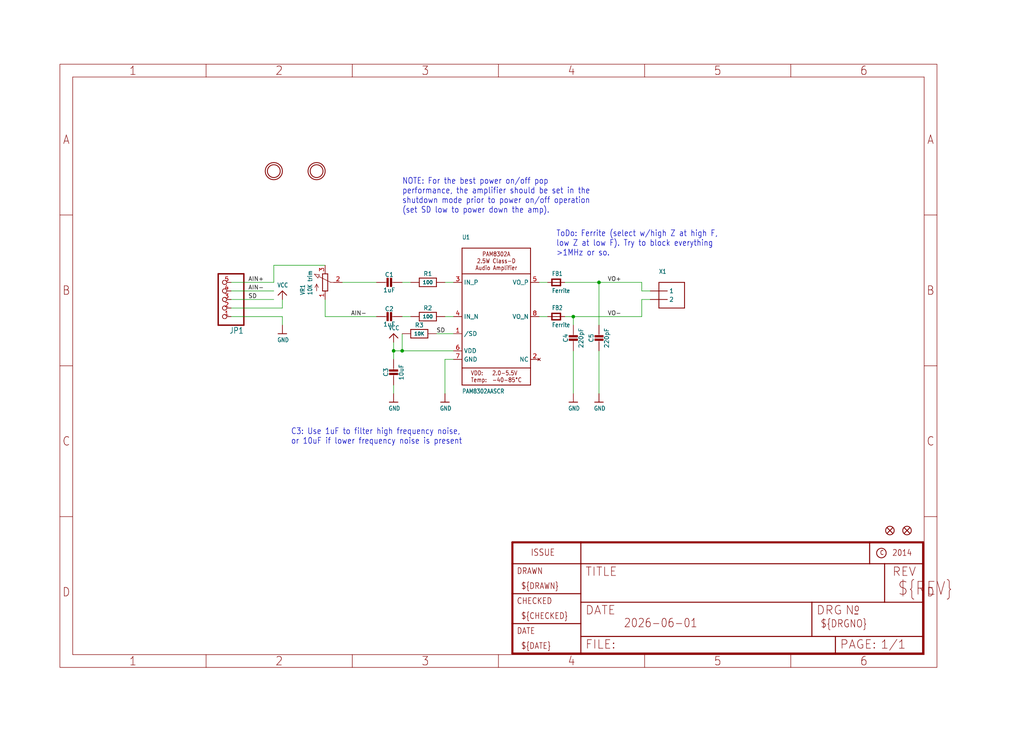
<source format=kicad_sch>
(kicad_sch (version 20230121) (generator eeschema)
  (paper "User" 303.962 217.322)
  (lib_symbols
    (symbol "working-eagle-import:AUDIOAMP_PAM8302A"
      (property "Reference" "U" (at -10.16 22.86 0))
      (symbol "AUDIOAMP_PAM8302A_1_0"
        (polyline (pts (xy -10.16 -20.32) (xy 10.16 -20.32)) (stroke (width 0.254)))
        (polyline (pts (xy -10.16 -15.24) (xy -10.16 -20.32)) (stroke (width 0.254)))
        (polyline (pts (xy -10.16 -15.24) (xy -10.16 12.7)) (stroke (width 0.254)))
        (polyline (pts (xy -10.16 12.7) (xy -10.16 20.32)) (stroke (width 0.254)))
        (polyline (pts (xy -10.16 12.7) (xy 10.16 12.7)) (stroke (width 0.254)))
        (polyline (pts (xy -10.16 20.32) (xy 10.16 20.32)) (stroke (width 0.254)))
        (polyline (pts (xy 10.16 -20.32) (xy 10.16 -15.24)) (stroke (width 0.254)))
        (polyline (pts (xy 10.16 -15.24) (xy -10.16 -15.24)) (stroke (width 0.254)))
        (polyline (pts (xy 10.16 12.7) (xy 10.16 -15.24)) (stroke (width 0.254)))
        (polyline (pts (xy 10.16 20.32) (xy 10.16 12.7)) (stroke (width 0.254)))
        (text "2.0-5.5V\n-40-85°C" (at -1.27 -17.78 0) (effects (font (size 1.27 1.0795)) (justify left)))
        (text "PAM8302A\n2.5W Class-D\nAudio Amplifier" (at 0 16.51 0) (effects (font (size 1.27 1.0795))))
        (text "VDD:\nTemp:" (at -7.62 -17.78 0) (effects (font (size 1.27 1.0795)) (justify left)))
        (pin input line (at -12.7 -5.08 0) (length 2.54) (name "/SD") (number "1"))
        (pin no_connect line (at 12.7 -12.7 180) (length 2.54) (name "NC") (number "2"))
        (pin input line (at -12.7 10.16 0) (length 2.54) (name "IN_P") (number "3"))
        (pin input line (at -12.7 0 0) (length 2.54) (name "IN_N") (number "4"))
        (pin output line (at 12.7 10.16 180) (length 2.54) (name "VO_P") (number "5"))
        (pin power_in line (at -12.7 -10.16 0) (length 2.54) (name "VDD") (number "6"))
        (pin power_in line (at -12.7 -12.7 0) (length 2.54) (name "GND") (number "7"))
        (pin output line (at 12.7 0 180) (length 2.54) (name "VO_N") (number "8"))
      )
    )
    (symbol "working-eagle-import:CAP_CERAMIC0805-NOOUTLINE"
      (property "Reference" "C" (at -2.29 1.25 90))
      (symbol "CAP_CERAMIC0805-NOOUTLINE_1_0"
        (rectangle (start -1.27 0.508) (end 1.27 1.016) (fill (type outline)))
        (rectangle (start -1.27 1.524) (end 1.27 2.032) (fill (type outline)))
        (polyline (pts (xy 0 0.762) (xy 0 0)) (stroke (width 0.1524)))
        (polyline (pts (xy 0 2.54) (xy 0 1.778)) (stroke (width 0.1524)))
        (pin passive line (at 0 5.08 270) (length 2.54) (name "1") (number "1"))
        (pin passive line (at 0 -2.54 90) (length 2.54) (name "2") (number "2"))
      )
    )
    (symbol "working-eagle-import:FERRITE_0805"
      (property "Reference" "FB" (at -1.27 1.905 0))
      (symbol "FERRITE_0805_1_0"
        (polyline (pts (xy -1.27 -0.9525) (xy -1.27 0.9525)) (stroke (width 0.4064)))
        (polyline (pts (xy -1.27 0.9525) (xy 1.27 0.9525)) (stroke (width 0.4064)))
        (polyline (pts (xy 1.27 -0.9525) (xy -1.27 -0.9525)) (stroke (width 0.4064)))
        (polyline (pts (xy 1.27 0.9525) (xy 1.27 -0.9525)) (stroke (width 0.4064)))
        (pin passive line (at -2.54 0 0) (length 2.54) (name "P$1") (number "1"))
        (pin passive line (at 2.54 0 180) (length 2.54) (name "P$2") (number "2"))
      )
    )
    (symbol "working-eagle-import:FIDUCIAL{dblquote}{dblquote}"
      (symbol "FIDUCIAL{dblquote}{dblquote}_1_0"
        (polyline (pts (xy -0.762 0.762) (xy 0.762 -0.762)) (stroke (width 0.254)))
        (polyline (pts (xy 0.762 0.762) (xy -0.762 -0.762)) (stroke (width 0.254)))
        (circle (center 0 0) (radius 1.27) (stroke (width 0.254)))
      )
    )
    (symbol "working-eagle-import:FRAME_A4"
      (symbol "FRAME_A4_1_0"
        (polyline (pts (xy 0 44.7675) (xy 3.81 44.7675)))
        (polyline (pts (xy 0 89.535) (xy 3.81 89.535)))
        (polyline (pts (xy 0 134.3025) (xy 3.81 134.3025)))
        (polyline (pts (xy 3.81 3.81) (xy 3.81 175.26)))
        (polyline (pts (xy 43.3917 0) (xy 43.3917 3.81)))
        (polyline (pts (xy 43.3917 175.26) (xy 43.3917 179.07)))
        (polyline (pts (xy 86.7833 0) (xy 86.7833 3.81)))
        (polyline (pts (xy 86.7833 175.26) (xy 86.7833 179.07)))
        (polyline (pts (xy 130.175 0) (xy 130.175 3.81)))
        (polyline (pts (xy 130.175 175.26) (xy 130.175 179.07)))
        (polyline (pts (xy 173.5667 0) (xy 173.5667 3.81)))
        (polyline (pts (xy 173.5667 175.26) (xy 173.5667 179.07)))
        (polyline (pts (xy 216.9583 0) (xy 216.9583 3.81)))
        (polyline (pts (xy 216.9583 175.26) (xy 216.9583 179.07)))
        (polyline (pts (xy 256.54 3.81) (xy 3.81 3.81)))
        (polyline (pts (xy 256.54 3.81) (xy 256.54 8.89)) (stroke (width 0.1016)))
        (polyline (pts (xy 256.54 3.81) (xy 256.54 175.26)))
        (polyline (pts (xy 256.54 8.89) (xy 256.54 13.97)) (stroke (width 0.1016)))
        (polyline (pts (xy 256.54 13.97) (xy 256.54 19.05)) (stroke (width 0.1016)))
        (polyline (pts (xy 256.54 19.05) (xy 256.54 36.83)) (stroke (width 0.1016)))
        (polyline (pts (xy 256.54 44.7675) (xy 260.35 44.7675)))
        (polyline (pts (xy 256.54 89.535) (xy 260.35 89.535)))
        (polyline (pts (xy 256.54 134.3025) (xy 260.35 134.3025)))
        (polyline (pts (xy 256.54 175.26) (xy 3.81 175.26)))
        (polyline (pts (xy 0 0) (xy 260.35 0) (xy 260.35 179.07) (xy 0 179.07) (xy 0 0)))
        (text "1" (at 21.6958 1.905 0) (effects (font (size 2.54 2.286))))
        (text "1" (at 21.6958 177.165 0) (effects (font (size 2.54 2.286))))
        (text "2" (at 65.0875 1.905 0) (effects (font (size 2.54 2.286))))
        (text "2" (at 65.0875 177.165 0) (effects (font (size 2.54 2.286))))
        (text "3" (at 108.4792 1.905 0) (effects (font (size 2.54 2.286))))
        (text "3" (at 108.4792 177.165 0) (effects (font (size 2.54 2.286))))
        (text "4" (at 151.8708 1.905 0) (effects (font (size 2.54 2.286))))
        (text "4" (at 151.8708 177.165 0) (effects (font (size 2.54 2.286))))
        (text "5" (at 195.2625 1.905 0) (effects (font (size 2.54 2.286))))
        (text "5" (at 195.2625 177.165 0) (effects (font (size 2.54 2.286))))
        (text "6" (at 238.6542 1.905 0) (effects (font (size 2.54 2.286))))
        (text "6" (at 238.6542 177.165 0) (effects (font (size 2.54 2.286))))
        (text "A" (at 1.905 156.6863 0) (effects (font (size 2.54 2.286))))
        (text "A" (at 258.445 156.6863 0) (effects (font (size 2.54 2.286))))
        (text "B" (at 1.905 111.9188 0) (effects (font (size 2.54 2.286))))
        (text "B" (at 258.445 111.9188 0) (effects (font (size 2.54 2.286))))
        (text "C" (at 1.905 67.1513 0) (effects (font (size 2.54 2.286))))
        (text "C" (at 258.445 67.1513 0) (effects (font (size 2.54 2.286))))
        (text "D" (at 1.905 22.3838 0) (effects (font (size 2.54 2.286))))
        (text "D" (at 258.445 22.3838 0) (effects (font (size 2.54 2.286))))
      )
      (symbol "FRAME_A4_2_0"
        (polyline (pts (xy -0.3048 1.5748) (xy 20.0152 1.5748)) (stroke (width 0.6096)))
        (polyline (pts (xy -0.3048 10.4648) (xy -0.3048 1.5748)) (stroke (width 0.6096)))
        (polyline (pts (xy -0.3048 10.4648) (xy 20.0152 10.4648)) (stroke (width 0.3048)))
        (polyline (pts (xy -0.3048 19.3548) (xy -0.3048 10.4648)) (stroke (width 0.6096)))
        (polyline (pts (xy -0.3048 19.3548) (xy 20.0152 19.3548)) (stroke (width 0.3048)))
        (polyline (pts (xy -0.3048 28.2448) (xy -0.3048 19.3548)) (stroke (width 0.6096)))
        (polyline (pts (xy -0.3048 28.2448) (xy 20.0152 28.2448)) (stroke (width 0.3048)))
        (polyline (pts (xy -0.3048 34.5948) (xy -0.3048 28.2448)) (stroke (width 0.6096)))
        (polyline (pts (xy 20.0152 1.5748) (xy 20.0152 6.6548)) (stroke (width 0.3048)))
        (polyline (pts (xy 20.0152 1.5748) (xy 95.5802 1.5748)) (stroke (width 0.6096)))
        (polyline (pts (xy 20.0152 6.6548) (xy 20.0152 10.4648)) (stroke (width 0.3048)))
        (polyline (pts (xy 20.0152 6.6548) (xy 88.5952 6.6548)) (stroke (width 0.3048)))
        (polyline (pts (xy 20.0152 10.4648) (xy 20.0152 16.8148)) (stroke (width 0.3048)))
        (polyline (pts (xy 20.0152 16.8148) (xy 20.0152 19.3548)) (stroke (width 0.3048)))
        (polyline (pts (xy 20.0152 19.3548) (xy 20.0152 28.2448)) (stroke (width 0.3048)))
        (polyline (pts (xy 20.0152 28.2448) (xy 20.0152 34.5948)) (stroke (width 0.3048)))
        (polyline (pts (xy 20.0152 28.2448) (xy 105.7402 28.2448)) (stroke (width 0.3048)))
        (polyline (pts (xy 20.0152 34.5948) (xy -0.3048 34.5948)) (stroke (width 0.6096)))
        (polyline (pts (xy 88.5952 6.6548) (xy 95.5802 6.6548)) (stroke (width 0.3048)))
        (polyline (pts (xy 88.5952 16.8148) (xy 20.0152 16.8148)) (stroke (width 0.3048)))
        (polyline (pts (xy 88.5952 16.8148) (xy 88.5952 6.6548)) (stroke (width 0.3048)))
        (polyline (pts (xy 95.5802 1.5748) (xy 121.6152 1.5748)) (stroke (width 0.6096)))
        (polyline (pts (xy 95.5802 6.6548) (xy 95.5802 1.5748)) (stroke (width 0.3048)))
        (polyline (pts (xy 95.5802 6.6548) (xy 121.6152 6.6548)) (stroke (width 0.3048)))
        (polyline (pts (xy 101.2952 13.3223) (xy 102.2477 13.3223)) (stroke (width 0.254)))
        (polyline (pts (xy 105.7402 28.2448) (xy 105.7402 34.5948)) (stroke (width 0.3048)))
        (polyline (pts (xy 105.7402 28.2448) (xy 110.1852 28.2448)) (stroke (width 0.3048)))
        (polyline (pts (xy 105.7402 34.5948) (xy 20.0152 34.5948)) (stroke (width 0.6096)))
        (polyline (pts (xy 110.1852 16.8148) (xy 88.5952 16.8148)) (stroke (width 0.3048)))
        (polyline (pts (xy 110.1852 28.2448) (xy 110.1852 16.8148)) (stroke (width 0.3048)))
        (polyline (pts (xy 110.1852 28.2448) (xy 121.6152 28.2448)) (stroke (width 0.3048)))
        (polyline (pts (xy 121.6152 6.6548) (xy 121.6152 1.5748)) (stroke (width 0.6096)))
        (polyline (pts (xy 121.6152 16.8148) (xy 110.1852 16.8148)) (stroke (width 0.3048)))
        (polyline (pts (xy 121.6152 16.8148) (xy 121.6152 6.6548)) (stroke (width 0.6096)))
        (polyline (pts (xy 121.6152 28.2448) (xy 121.6152 16.8148)) (stroke (width 0.6096)))
        (polyline (pts (xy 121.6152 34.5948) (xy 105.7402 34.5948)) (stroke (width 0.6096)))
        (polyline (pts (xy 121.6152 34.5948) (xy 121.6152 28.2448)) (stroke (width 0.6096)))
        (circle (center 109.2327 31.4198) (radius 1.4199) (stroke (width 0.254)))
        (text "${#}/${##}" (at 108.9152 2.8448 0) (effects (font (size 2.54 2.54)) (justify left bottom)))
        (text "${CHECKED}" (at 2.2352 11.7348 0) (effects (font (size 1.778 1.5113)) (justify left bottom)))
        (text "${COMPANY}" (at 23.349 29.6735 0) (effects (font (size 3.175 2.6987) (thickness 0.5397) bold) (justify left bottom)))
        (text "${CURRENT_DATE}" (at 32.7152 9.1948 0) (effects (font (size 2.54 2.159)) (justify left bottom)))
        (text "${DATE}" (at 2.2352 2.8448 0) (effects (font (size 1.778 1.5113)) (justify left bottom)))
        (text "${DRAWN}" (at 2.2352 20.6248 0) (effects (font (size 1.778 1.5113)) (justify left bottom)))
        (text "${DRGNO}" (at 91.1352 9.1948 0) (effects (font (size 2.1844 1.8567)) (justify left bottom)))
        (text "${PROJECTNAME}" (at 33.0327 2.8448 0) (effects (font (size 2.54 2.159)) (justify left bottom)))
        (text "${REV}" (at 113.9952 18.7198 0) (effects (font (size 3.81 3.2385)) (justify left bottom)))
        (text "2014" (at 112.4077 30.4673 0) (effects (font (size 1.778 1.5113)) (justify left bottom)))
        (text "C" (at 108.7564 30.7848 0) (effects (font (size 1.27 1.0795)) (justify left bottom)))
        (text "CHECKED" (at 0.9652 16.1798 0) (effects (font (size 1.778 1.5113)) (justify left bottom)))
        (text "DATE" (at 0.9652 7.2898 0) (effects (font (size 1.778 1.5113)) (justify left bottom)))
        (text "DATE" (at 21.2852 13.0048 0) (effects (font (size 2.54 2.54)) (justify left bottom)))
        (text "DRAWN" (at 0.9652 25.0698 0) (effects (font (size 1.778 1.5113)) (justify left bottom)))
        (text "DRG" (at 89.8652 13.0048 0) (effects (font (size 2.54 2.54)) (justify left bottom)))
        (text "FILE:" (at 21.2852 2.8448 0) (effects (font (size 2.54 2.54)) (justify left bottom)))
        (text "ISSUE" (at 5.0927 30.4673 0) (effects (font (size 1.9304 1.6408)) (justify left bottom)))
        (text "N" (at 98.4377 13.0048 0) (effects (font (size 2.54 2.54)) (justify left bottom)))
        (text "o" (at 100.9777 13.9573 0) (effects (font (size 2.1844 1.8567)) (justify left bottom)))
        (text "PAGE:" (at 96.8502 2.8448 0) (effects (font (size 2.54 2.54)) (justify left bottom)))
        (text "REV" (at 112.4077 24.4348 0) (effects (font (size 2.54 2.54)) (justify left bottom)))
        (text "TITLE" (at 21.2852 24.4348 0) (effects (font (size 2.54 2.54)) (justify left bottom)))
      )
    )
    (symbol "working-eagle-import:GND" (power)
      (property "Value" "GND" (at -1.524 -2.54 0))
      (symbol "GND_1_0"
        (polyline (pts (xy -1.27 0) (xy 1.27 0)) (stroke (width 0.254)))
        (pin power_in line (at 0 2.54 270) (length 2.54) (name "GND") (number "1"))
      )
    )
    (symbol "working-eagle-import:HEADER-1X570MIL"
      (property "Reference" "JP" (at -6.35 8.255 0))
      (symbol "HEADER-1X570MIL_1_0"
        (polyline (pts (xy -6.35 -7.62) (xy 1.27 -7.62)) (stroke (width 0.4064)))
        (polyline (pts (xy -6.35 7.62) (xy -6.35 -7.62)) (stroke (width 0.4064)))
        (polyline (pts (xy 1.27 -7.62) (xy 1.27 7.62)) (stroke (width 0.4064)))
        (polyline (pts (xy 1.27 7.62) (xy -6.35 7.62)) (stroke (width 0.4064)))
        (pin passive inverted (at -2.54 5.08 0) (length 2.54) (name "1") (number "1"))
        (pin passive inverted (at -2.54 2.54 0) (length 2.54) (name "2") (number "2"))
        (pin passive inverted (at -2.54 0 0) (length 2.54) (name "3") (number "3"))
        (pin passive inverted (at -2.54 -2.54 0) (length 2.54) (name "4") (number "4"))
        (pin passive inverted (at -2.54 -5.08 0) (length 2.54) (name "5") (number "5"))
      )
    )
    (symbol "working-eagle-import:MOUNTINGHOLE2.0"
      (symbol "MOUNTINGHOLE2.0_1_0"
        (circle (center 0 0) (radius 1.905) (stroke (width 0.254)))
        (circle (center 0 0) (radius 2.54) (stroke (width 0.254)))
      )
    )
    (symbol "working-eagle-import:RESISTOR0805_NOOUTLINE"
      (property "Reference" "R" (at 0 2.54 0))
      (symbol "RESISTOR0805_NOOUTLINE_1_0"
        (polyline (pts (xy -2.54 -1.27) (xy -2.54 1.27)) (stroke (width 0.254)))
        (polyline (pts (xy -2.54 1.27) (xy 2.54 1.27)) (stroke (width 0.254)))
        (polyline (pts (xy 2.54 -1.27) (xy -2.54 -1.27)) (stroke (width 0.254)))
        (polyline (pts (xy 2.54 1.27) (xy 2.54 -1.27)) (stroke (width 0.254)))
        (pin passive line (at -5.08 0 0) (length 2.54) (name "1") (number "1"))
        (pin passive line (at 5.08 0 180) (length 2.54) (name "2") (number "2"))
      )
    )
    (symbol "working-eagle-import:TERMBLOCK_1X2"
      (property "Reference" "X" (at -2.54 7.62 0))
      (symbol "TERMBLOCK_1X2_1_0"
        (polyline (pts (xy -2.54 -2.54) (xy 5.08 -2.54)) (stroke (width 0.254)))
        (polyline (pts (xy -2.54 5.08) (xy -2.54 -2.54)) (stroke (width 0.254)))
        (polyline (pts (xy 5.08 -2.54) (xy 5.08 5.08)) (stroke (width 0.254)))
        (polyline (pts (xy 5.08 5.08) (xy -2.54 5.08)) (stroke (width 0.254)))
        (pin passive line (at -5.08 2.54 0) (length 5.08) (name "1") (number "1"))
        (pin passive line (at -5.08 0 0) (length 5.08) (name "2") (number "2"))
      )
    )
    (symbol "working-eagle-import:TRIMPOT3303W/X"
      (property "Reference" "VR" (at -5.969 -3.81 90))
      (symbol "TRIMPOT3303W/X_1_0"
        (polyline (pts (xy -3.1989 2.4495) (xy -1.7018 2.2352)) (stroke (width 0.1524)))
        (polyline (pts (xy -2.54 -2.54) (xy -2.54 -0.508)) (stroke (width 0.1524)))
        (polyline (pts (xy -2.54 -0.508) (xy -3.048 -1.524)) (stroke (width 0.1524)))
        (polyline (pts (xy -2.54 -0.508) (xy -2.032 -1.524)) (stroke (width 0.1524)))
        (polyline (pts (xy -2.1597 1.2939) (xy -3.1989 2.4495)) (stroke (width 0.1524)))
        (polyline (pts (xy -2.1597 1.2939) (xy -1.7018 2.2352)) (stroke (width 0.1524)))
        (polyline (pts (xy -0.762 -2.54) (xy 0.762 -2.54)) (stroke (width 0.254)))
        (polyline (pts (xy -0.762 2.54) (xy -0.762 -2.54)) (stroke (width 0.254)))
        (polyline (pts (xy 0.762 -2.54) (xy 0.762 2.54)) (stroke (width 0.254)))
        (polyline (pts (xy 0.762 2.54) (xy -0.762 2.54)) (stroke (width 0.254)))
        (polyline (pts (xy 1.651 0) (xy -1.8796 1.7526)) (stroke (width 0.1524)))
        (polyline (pts (xy 2.54 0) (xy 1.651 0)) (stroke (width 0.1524)))
        (pin passive line (at 0 -5.08 90) (length 2.54) (name "A") (number "1"))
        (pin passive line (at 5.08 0 180) (length 2.54) (name "S") (number "2"))
        (pin passive line (at 0 5.08 270) (length 2.54) (name "E") (number "3"))
      )
    )
    (symbol "working-eagle-import:VCC" (power)
      (property "Value" "VCC" (at -1.524 1.016 0))
      (symbol "VCC_1_0"
        (polyline (pts (xy -1.27 -1.27) (xy 0 0)) (stroke (width 0.254)))
        (polyline (pts (xy 0 0) (xy 1.27 -1.27)) (stroke (width 0.254)))
        (pin power_in line (at 0 -2.54 90) (length 2.54) (name "VCC") (number "1"))
      )
    )
  )
  (junction (at 116.84 104.14))
  (junction (at 177.8 83.82))
  (junction (at 119.38 104.14))
  (junction (at 170.18 93.98))
  (wire (pts (xy 134.62 106.68) (xy 132.08 106.68)) (stroke (width 0.1524)))
  (wire (pts (xy 83.82 91.44) (xy 83.82 88.9)) (stroke (width 0.1524)))
  (wire (pts (xy 101.6 83.82) (xy 111.76 83.82)) (stroke (width 0.1524)))
  (wire (pts (xy 167.64 93.98) (xy 170.18 93.98)) (stroke (width 0.1524)))
  (wire (pts (xy 190.5 86.36) (xy 190.5 83.82)) (stroke (width 0.1524)))
  (wire (pts (xy 116.84 104.14) (xy 116.84 101.6)) (stroke (width 0.1524)))
  (wire (pts (xy 134.62 83.82) (xy 132.08 83.82)) (stroke (width 0.1524)))
  (wire (pts (xy 96.52 93.98) (xy 96.52 88.9)) (stroke (width 0.1524)))
  (wire (pts (xy 119.38 104.14) (xy 116.84 104.14)) (stroke (width 0.1524)))
  (wire (pts (xy 116.84 104.14) (xy 116.84 106.68)) (stroke (width 0.1524)))
  (wire (pts (xy 170.18 93.98) (xy 170.18 96.52)) (stroke (width 0.1524)))
  (wire (pts (xy 134.62 99.06) (xy 129.54 99.06)) (stroke (width 0.1524)))
  (wire (pts (xy 119.38 83.82) (xy 121.92 83.82)) (stroke (width 0.1524)))
  (wire (pts (xy 132.08 106.68) (xy 132.08 116.84)) (stroke (width 0.1524)))
  (wire (pts (xy 83.82 93.98) (xy 83.82 96.52)) (stroke (width 0.1524)))
  (wire (pts (xy 81.28 83.82) (xy 81.28 78.74)) (stroke (width 0.1524)))
  (wire (pts (xy 68.58 91.44) (xy 83.82 91.44)) (stroke (width 0.1524)))
  (wire (pts (xy 81.28 86.36) (xy 68.58 86.36)) (stroke (width 0.1524)))
  (wire (pts (xy 134.62 104.14) (xy 119.38 104.14)) (stroke (width 0.1524)))
  (wire (pts (xy 81.28 78.74) (xy 96.52 78.74)) (stroke (width 0.1524)))
  (wire (pts (xy 177.8 83.82) (xy 177.8 96.52)) (stroke (width 0.1524)))
  (wire (pts (xy 193.04 86.36) (xy 190.5 86.36)) (stroke (width 0.1524)))
  (wire (pts (xy 121.92 93.98) (xy 119.38 93.98)) (stroke (width 0.1524)))
  (wire (pts (xy 119.38 99.06) (xy 119.38 104.14)) (stroke (width 0.1524)))
  (wire (pts (xy 116.84 114.3) (xy 116.84 116.84)) (stroke (width 0.1524)))
  (wire (pts (xy 170.18 104.14) (xy 170.18 116.84)) (stroke (width 0.1524)))
  (wire (pts (xy 160.02 93.98) (xy 162.56 93.98)) (stroke (width 0.1524)))
  (wire (pts (xy 167.64 83.82) (xy 177.8 83.82)) (stroke (width 0.1524)))
  (wire (pts (xy 134.62 93.98) (xy 132.08 93.98)) (stroke (width 0.1524)))
  (wire (pts (xy 160.02 83.82) (xy 162.56 83.82)) (stroke (width 0.1524)))
  (wire (pts (xy 170.18 93.98) (xy 190.5 93.98)) (stroke (width 0.1524)))
  (wire (pts (xy 190.5 88.9) (xy 190.5 93.98)) (stroke (width 0.1524)))
  (wire (pts (xy 68.58 93.98) (xy 83.82 93.98)) (stroke (width 0.1524)))
  (wire (pts (xy 81.28 88.9) (xy 68.58 88.9)) (stroke (width 0.1524)))
  (wire (pts (xy 81.28 83.82) (xy 68.58 83.82)) (stroke (width 0.1524)))
  (wire (pts (xy 111.76 93.98) (xy 96.52 93.98)) (stroke (width 0.1524)))
  (wire (pts (xy 177.8 83.82) (xy 190.5 83.82)) (stroke (width 0.1524)))
  (wire (pts (xy 193.04 88.9) (xy 190.5 88.9)) (stroke (width 0.1524)))
  (wire (pts (xy 177.8 104.14) (xy 177.8 116.84)) (stroke (width 0.1524)))
  (text "C3: Use 1uF to filter high frequency noise,\nor 10uF if lower frequency noise is present" (at 86.36 132.08 0) (effects (font (size 1.778 1.5113)) (justify left bottom)))
  (text "ToDo: Ferrite (select w/high Z at high F,\nlow Z at low F). Try to block everything\n>1MHz or so." (at 165.1 76.2 0) (effects (font (size 1.778 1.5113)) (justify left bottom)))
  (text "NOTE: For the best power on/off pop\nperformance, the amplifier should be set in the\nshutdown mode prior to power on/off operation\n(set SD low to power down the amp)." (at 119.38 63.5 0) (effects (font (size 1.778 1.5113)) (justify left bottom)))
  (label "VO-" (at 180.34 93.98 0) (effects (font (size 1.2446 1.2446))))
  (label "SD" (at 73.66 88.9 0) (effects (font (size 1.2446 1.2446))))
  (label "AIN-" (at 104.14 93.98 0) (effects (font (size 1.2446 1.2446))))
  (label "AIN+" (at 73.66 83.82 0) (effects (font (size 1.2446 1.2446))))
  (label "AIN-" (at 73.66 86.36 0) (effects (font (size 1.2446 1.2446))))
  (label "SD" (at 129.54 99.06 0) (effects (font (size 1.2446 1.2446))))
  (label "VO+" (at 180.34 83.82 0) (effects (font (size 1.2446 1.2446))))
  (symbol (lib_id "working-eagle-import:FIDUCIAL{dblquote}{dblquote}") (at 269.24 157.48 0) (unit 1)
    (property "Reference" "FID1" (effects hide))
    (property "Value" "FIDUCIAL{dblquote}{dblquote}" (effects hide))
    (property "Footprint" "working:FIDUCIAL_1MM" (effects hide))
  )
  (symbol (lib_id "working-eagle-import:GND") (at 177.8 119.38 0) (unit 1)
    (property "Reference" "#U$8" (effects hide))
    (property "Value" "GND" (at 176.276 121.92 0) (effects (font (size 1.27 1.0795)) (justify left bottom)))
  )
  (symbol (lib_id "working-eagle-import:RESISTOR0805_NOOUTLINE") (at 127 93.98 0) (unit 1)
    (property "Reference" "R2" (at 127 91.44 0))
    (property "Value" "100" (at 127 93.98 0) (effects (font (size 1.016 1.016) bold)))
    (property "Footprint" "working:0805-NO" (effects hide))
  )
  (symbol (lib_id "working-eagle-import:FRAME_A4") (at 152.4 195.58 0) (unit 2)
    (property "Reference" "#FRAME1" (effects hide))
    (property "Value" "FRAME_A4" (effects hide))
  )
  (symbol (lib_id "working-eagle-import:RESISTOR0805_NOOUTLINE") (at 124.46 99.06 0) (unit 1)
    (property "Reference" "R3" (at 124.46 96.52 0))
    (property "Value" "10K" (at 124.46 99.06 0) (effects (font (size 1.016 1.016) bold)))
    (property "Footprint" "working:0805-NO" (effects hide))
  )
  (symbol (lib_id "working-eagle-import:GND") (at 132.08 119.38 0) (unit 1)
    (property "Reference" "#U$2" (effects hide))
    (property "Value" "GND" (at 130.556 121.92 0) (effects (font (size 1.27 1.0795)) (justify left bottom)))
  )
  (symbol (lib_id "working-eagle-import:FERRITE_0805") (at 165.1 93.98 0) (unit 1)
    (property "Reference" "FB2" (at 163.83 92.075 0) (effects (font (size 1.27 1.0795)) (justify left bottom)))
    (property "Value" "Ferrite" (at 163.83 97.155 0) (effects (font (size 1.27 1.0795)) (justify left bottom)))
    (property "Footprint" "working:_0805" (effects hide))
  )
  (symbol (lib_id "working-eagle-import:CAP_CERAMIC0805-NOOUTLINE") (at 114.3 83.82 270) (unit 1)
    (property "Reference" "C1" (at 115.55 81.53 90))
    (property "Value" "1uF" (at 115.55 86.12 90))
    (property "Footprint" "working:0805-NO" (effects hide))
  )
  (symbol (lib_id "working-eagle-import:GND") (at 116.84 119.38 0) (unit 1)
    (property "Reference" "#U$1" (effects hide))
    (property "Value" "GND" (at 115.316 121.92 0) (effects (font (size 1.27 1.0795)) (justify left bottom)))
  )
  (symbol (lib_id "working-eagle-import:RESISTOR0805_NOOUTLINE") (at 127 83.82 0) (unit 1)
    (property "Reference" "R1" (at 127 81.28 0))
    (property "Value" "100" (at 127 83.82 0) (effects (font (size 1.016 1.016) bold)))
    (property "Footprint" "working:0805-NO" (effects hide))
  )
  (symbol (lib_id "working-eagle-import:FIDUCIAL{dblquote}{dblquote}") (at 264.16 157.48 0) (unit 1)
    (property "Reference" "FID2" (effects hide))
    (property "Value" "FIDUCIAL{dblquote}{dblquote}" (effects hide))
    (property "Footprint" "working:FIDUCIAL_1MM" (effects hide))
  )
  (symbol (lib_id "working-eagle-import:AUDIOAMP_PAM8302A") (at 147.32 93.98 0) (unit 1)
    (property "Reference" "U1" (at 137.16 71.12 0) (effects (font (size 1.27 1.0795)) (justify left bottom)))
    (property "Value" "PAM8302AASCR" (at 137.16 116.84 0) (effects (font (size 1.27 1.0795)) (justify left bottom)))
    (property "Footprint" "working:MSOP8_0.65MM" (effects hide))
  )
  (symbol (lib_id "working-eagle-import:TRIMPOT3303W/X") (at 96.52 83.82 0) (unit 1)
    (property "Reference" "VR1" (at 90.551 87.63 90) (effects (font (size 1.27 1.0795)) (justify left bottom)))
    (property "Value" "10K trim" (at 92.71 87.63 90) (effects (font (size 1.27 1.0795)) (justify left bottom)))
    (property "Footprint" "working:TRIMPOT_BOURNS_3303W" (effects hide))
  )
  (symbol (lib_id "working-eagle-import:FERRITE_0805") (at 165.1 83.82 0) (unit 1)
    (property "Reference" "FB1" (at 163.83 81.915 0) (effects (font (size 1.27 1.0795)) (justify left bottom)))
    (property "Value" "Ferrite" (at 163.83 86.995 0) (effects (font (size 1.27 1.0795)) (justify left bottom)))
    (property "Footprint" "working:_0805" (effects hide))
  )
  (symbol (lib_id "working-eagle-import:GND") (at 83.82 99.06 0) (unit 1)
    (property "Reference" "#U$9" (effects hide))
    (property "Value" "GND" (at 82.296 101.6 0) (effects (font (size 1.27 1.0795)) (justify left bottom)))
  )
  (symbol (lib_id "working-eagle-import:FRAME_A4") (at 17.78 198.12 0) (unit 1)
    (property "Reference" "#FRAME1" (effects hide))
    (property "Value" "FRAME_A4" (effects hide))
  )
  (symbol (lib_id "working-eagle-import:VCC") (at 83.82 86.36 0) (unit 1)
    (property "Reference" "#P+2" (effects hide))
    (property "Value" "VCC" (at 82.296 85.344 0) (effects (font (size 1.27 1.0795)) (justify left bottom)))
  )
  (symbol (lib_id "working-eagle-import:MOUNTINGHOLE2.0") (at 93.98 50.8 0) (unit 1)
    (property "Reference" "U$10" (effects hide))
    (property "Value" "MOUNTINGHOLE2.0" (effects hide))
    (property "Footprint" "working:MOUNTINGHOLE_2.0_PLATED" (effects hide))
  )
  (symbol (lib_id "working-eagle-import:MOUNTINGHOLE2.0") (at 81.28 50.8 0) (unit 1)
    (property "Reference" "U$11" (effects hide))
    (property "Value" "MOUNTINGHOLE2.0" (effects hide))
    (property "Footprint" "working:MOUNTINGHOLE_2.0_PLATED" (effects hide))
  )
  (symbol (lib_id "working-eagle-import:CAP_CERAMIC0805-NOOUTLINE") (at 116.84 111.76 0) (unit 1)
    (property "Reference" "C3" (at 114.55 110.51 90))
    (property "Value" "10uF" (at 119.14 110.51 90))
    (property "Footprint" "working:0805-NO" (effects hide))
  )
  (symbol (lib_id "working-eagle-import:HEADER-1X570MIL") (at 66.04 88.9 180) (unit 1)
    (property "Reference" "JP1" (at 72.39 97.155 0) (effects (font (size 1.778 1.5113)) (justify left bottom)))
    (property "Value" "HEADER-1X570MIL" (effects hide))
    (property "Footprint" "working:1X05_ROUND_70" (effects hide))
  )
  (symbol (lib_id "working-eagle-import:CAP_CERAMIC0805-NOOUTLINE") (at 170.18 101.6 0) (unit 1)
    (property "Reference" "C4" (at 167.89 100.35 90))
    (property "Value" "220pF" (at 172.48 100.35 90))
    (property "Footprint" "working:0805-NO" (effects hide))
  )
  (symbol (lib_id "working-eagle-import:VCC") (at 116.84 99.06 0) (unit 1)
    (property "Reference" "#P+1" (effects hide))
    (property "Value" "VCC" (at 115.316 98.044 0) (effects (font (size 1.27 1.0795)) (justify left bottom)))
  )
  (symbol (lib_id "working-eagle-import:CAP_CERAMIC0805-NOOUTLINE") (at 114.3 93.98 270) (unit 1)
    (property "Reference" "C2" (at 115.55 91.69 90))
    (property "Value" "1uF" (at 115.55 96.28 90))
    (property "Footprint" "working:0805-NO" (effects hide))
  )
  (symbol (lib_id "working-eagle-import:TERMBLOCK_1X2") (at 198.12 88.9 0) (unit 1)
    (property "Reference" "X1" (at 195.58 81.28 0) (effects (font (size 1.27 1.0795)) (justify left bottom)))
    (property "Value" "TERMBLOCK_1X2" (effects hide))
    (property "Footprint" "working:TERMBLOCK_1X2-3.5MM" (effects hide))
  )
  (symbol (lib_id "working-eagle-import:CAP_CERAMIC0805-NOOUTLINE") (at 177.8 101.6 0) (unit 1)
    (property "Reference" "C5" (at 175.51 100.35 90))
    (property "Value" "220pF" (at 180.1 100.35 90))
    (property "Footprint" "working:0805-NO" (effects hide))
  )
  (symbol (lib_id "working-eagle-import:GND") (at 170.18 119.38 0) (unit 1)
    (property "Reference" "#U$7" (effects hide))
    (property "Value" "GND" (at 168.656 121.92 0) (effects (font (size 1.27 1.0795)) (justify left bottom)))
  )
)
</source>
